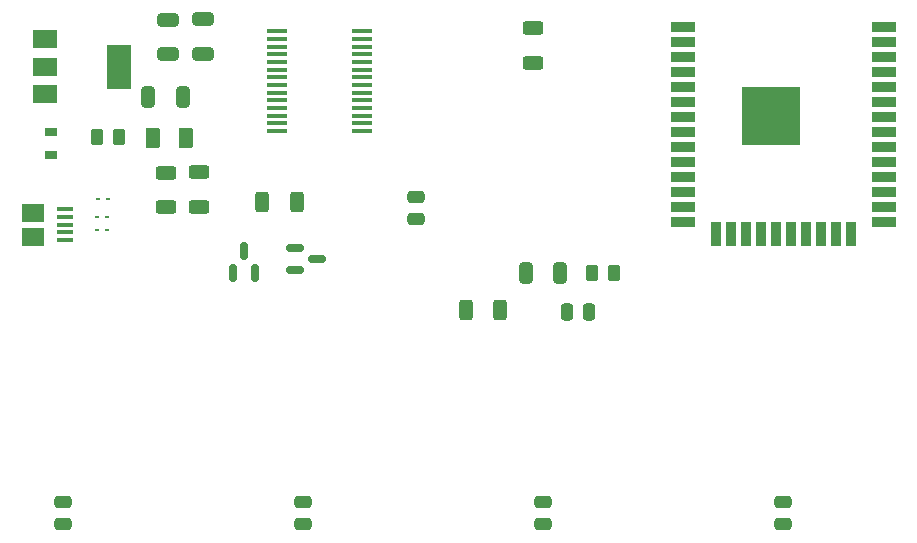
<source format=gtp>
G04 #@! TF.GenerationSoftware,KiCad,Pcbnew,(6.0.7)*
G04 #@! TF.CreationDate,2022-09-30T23:13:53-04:00*
G04 #@! TF.ProjectId,SH_controller_p,53485f63-6f6e-4747-926f-6c6c65725f70,rev?*
G04 #@! TF.SameCoordinates,Original*
G04 #@! TF.FileFunction,Paste,Top*
G04 #@! TF.FilePolarity,Positive*
%FSLAX46Y46*%
G04 Gerber Fmt 4.6, Leading zero omitted, Abs format (unit mm)*
G04 Created by KiCad (PCBNEW (6.0.7)) date 2022-09-30 23:13:53*
%MOMM*%
%LPD*%
G01*
G04 APERTURE LIST*
G04 Aperture macros list*
%AMRoundRect*
0 Rectangle with rounded corners*
0 $1 Rounding radius*
0 $2 $3 $4 $5 $6 $7 $8 $9 X,Y pos of 4 corners*
0 Add a 4 corners polygon primitive as box body*
4,1,4,$2,$3,$4,$5,$6,$7,$8,$9,$2,$3,0*
0 Add four circle primitives for the rounded corners*
1,1,$1+$1,$2,$3*
1,1,$1+$1,$4,$5*
1,1,$1+$1,$6,$7*
1,1,$1+$1,$8,$9*
0 Add four rect primitives between the rounded corners*
20,1,$1+$1,$2,$3,$4,$5,0*
20,1,$1+$1,$4,$5,$6,$7,0*
20,1,$1+$1,$6,$7,$8,$9,0*
20,1,$1+$1,$8,$9,$2,$3,0*%
G04 Aperture macros list end*
%ADD10R,2.000000X0.900000*%
%ADD11R,0.900000X2.000000*%
%ADD12R,5.000000X5.000000*%
%ADD13RoundRect,0.250000X-0.262500X-0.450000X0.262500X-0.450000X0.262500X0.450000X-0.262500X0.450000X0*%
%ADD14R,0.360000X0.250000*%
%ADD15RoundRect,0.250000X-0.475000X0.250000X-0.475000X-0.250000X0.475000X-0.250000X0.475000X0.250000X0*%
%ADD16R,1.000000X0.800000*%
%ADD17RoundRect,0.250000X-0.312500X-0.625000X0.312500X-0.625000X0.312500X0.625000X-0.312500X0.625000X0*%
%ADD18R,2.000000X1.500000*%
%ADD19R,2.000000X3.800000*%
%ADD20RoundRect,0.250000X0.375000X0.625000X-0.375000X0.625000X-0.375000X-0.625000X0.375000X-0.625000X0*%
%ADD21RoundRect,0.250000X0.650000X-0.325000X0.650000X0.325000X-0.650000X0.325000X-0.650000X-0.325000X0*%
%ADD22RoundRect,0.250000X0.475000X-0.250000X0.475000X0.250000X-0.475000X0.250000X-0.475000X-0.250000X0*%
%ADD23RoundRect,0.250000X-0.625000X0.312500X-0.625000X-0.312500X0.625000X-0.312500X0.625000X0.312500X0*%
%ADD24RoundRect,0.150000X-0.587500X-0.150000X0.587500X-0.150000X0.587500X0.150000X-0.587500X0.150000X0*%
%ADD25RoundRect,0.150000X0.150000X-0.587500X0.150000X0.587500X-0.150000X0.587500X-0.150000X-0.587500X0*%
%ADD26R,1.750000X0.450000*%
%ADD27RoundRect,0.250000X-0.325000X-0.650000X0.325000X-0.650000X0.325000X0.650000X-0.325000X0.650000X0*%
%ADD28RoundRect,0.250000X0.625000X-0.312500X0.625000X0.312500X-0.625000X0.312500X-0.625000X-0.312500X0*%
%ADD29R,1.350000X0.400000*%
%ADD30R,1.900000X1.500000*%
%ADD31RoundRect,0.250000X0.250000X0.475000X-0.250000X0.475000X-0.250000X-0.475000X0.250000X-0.475000X0*%
G04 APERTURE END LIST*
D10*
X131210000Y-40140000D03*
X131210000Y-41410000D03*
X131210000Y-42680000D03*
X131210000Y-43950000D03*
X131210000Y-45220000D03*
X131210000Y-46490000D03*
X131210000Y-47760000D03*
X131210000Y-49030000D03*
X131210000Y-50300000D03*
X131210000Y-51570000D03*
X131210000Y-52840000D03*
X131210000Y-54110000D03*
X131210000Y-55380000D03*
X131210000Y-56650000D03*
D11*
X133995000Y-57650000D03*
X135265000Y-57650000D03*
X136535000Y-57650000D03*
X137805000Y-57650000D03*
X139075000Y-57650000D03*
X140345000Y-57650000D03*
X141615000Y-57650000D03*
X142885000Y-57650000D03*
X144155000Y-57650000D03*
X145425000Y-57650000D03*
D10*
X148210000Y-56650000D03*
X148210000Y-55380000D03*
X148210000Y-54110000D03*
X148210000Y-52840000D03*
X148210000Y-51570000D03*
X148210000Y-50300000D03*
X148210000Y-49030000D03*
X148210000Y-47760000D03*
X148210000Y-46490000D03*
X148210000Y-45220000D03*
X148210000Y-43950000D03*
X148210000Y-42680000D03*
X148210000Y-41410000D03*
X148210000Y-40140000D03*
D12*
X138710000Y-47640000D03*
D13*
X123547500Y-60960000D03*
X125372500Y-60960000D03*
D14*
X81732500Y-54670000D03*
X82572500Y-54670000D03*
D15*
X139700000Y-80330000D03*
X139700000Y-82230000D03*
D16*
X77700000Y-49050000D03*
X77700000Y-50950000D03*
D17*
X95617500Y-54930000D03*
X98542500Y-54930000D03*
D18*
X77190000Y-41190000D03*
X77190000Y-43490000D03*
D19*
X83490000Y-43490000D03*
D18*
X77190000Y-45790000D03*
D15*
X99060000Y-80330000D03*
X99060000Y-82230000D03*
X119380000Y-80330000D03*
X119380000Y-82230000D03*
D20*
X89140000Y-49510000D03*
X86340000Y-49510000D03*
D17*
X112837500Y-64130000D03*
X115762500Y-64130000D03*
D21*
X87650000Y-42465000D03*
X87650000Y-39515000D03*
D22*
X108630000Y-56430000D03*
X108630000Y-54530000D03*
D23*
X87430000Y-52487500D03*
X87430000Y-55412500D03*
D24*
X98342500Y-58840000D03*
X98342500Y-60740000D03*
X100217500Y-59790000D03*
D13*
X81647500Y-49410000D03*
X83472500Y-49410000D03*
D25*
X93090000Y-60977500D03*
X94990000Y-60977500D03*
X94040000Y-59102500D03*
D14*
X82440000Y-57310000D03*
X81600000Y-57310000D03*
D15*
X78740000Y-80330000D03*
X78740000Y-82230000D03*
D26*
X96880000Y-40495000D03*
X96880000Y-41145000D03*
X96880000Y-41795000D03*
X96880000Y-42445000D03*
X96880000Y-43095000D03*
X96880000Y-43745000D03*
X96880000Y-44395000D03*
X96880000Y-45045000D03*
X96880000Y-45695000D03*
X96880000Y-46345000D03*
X96880000Y-46995000D03*
X96880000Y-47645000D03*
X96880000Y-48295000D03*
X96880000Y-48945000D03*
X104080000Y-48945000D03*
X104080000Y-48295000D03*
X104080000Y-47645000D03*
X104080000Y-46995000D03*
X104080000Y-46345000D03*
X104080000Y-45695000D03*
X104080000Y-45045000D03*
X104080000Y-44395000D03*
X104080000Y-43745000D03*
X104080000Y-43095000D03*
X104080000Y-42445000D03*
X104080000Y-41795000D03*
X104080000Y-41145000D03*
X104080000Y-40495000D03*
D27*
X85955000Y-46060000D03*
X88905000Y-46060000D03*
D28*
X90230000Y-55352500D03*
X90230000Y-52427500D03*
D29*
X78900000Y-55580000D03*
X78900000Y-56230000D03*
X78900000Y-56880000D03*
X78900000Y-57530000D03*
X78900000Y-58180000D03*
D30*
X76200000Y-57880000D03*
X76200000Y-55880000D03*
D23*
X118520000Y-40247500D03*
X118520000Y-43172500D03*
D14*
X82457500Y-56220000D03*
X81617500Y-56220000D03*
D21*
X90610000Y-42445000D03*
X90610000Y-39495000D03*
D27*
X117905000Y-60960000D03*
X120855000Y-60960000D03*
D31*
X123280000Y-64300000D03*
X121380000Y-64300000D03*
M02*

</source>
